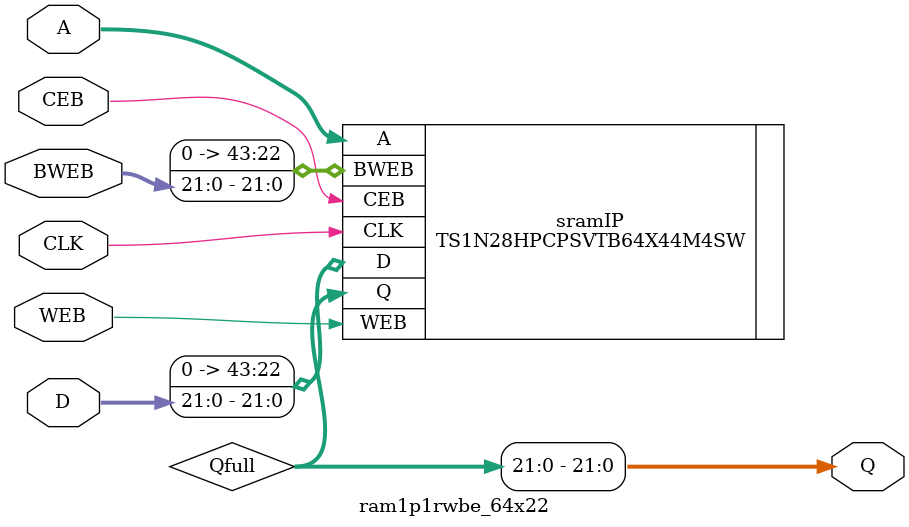
<source format=sv>

module ram1p1rwbe_64x22 ( 
  input  logic          CLK, 
  input  logic          CEB, 
  input  logic          WEB,
  input  logic [5:0]    A, 
  input  logic [21:0]   D,
  input  logic [21:0]   BWEB, 
  output logic [21:0]   Q
);

   // replace "generic64x22RAM" with "TS1N..64X22.." module from your memory vendor
   // use part of a larger RAM to avoid generating more flavors of RAM
  logic [43:0] Qfull;
  TS1N28HPCPSVTB64X44M4SW sramIP(.CLK, .CEB, .WEB, .A, .D({22'b0, D[21:0]}), .BWEB({22'b0, BWEB[21:0]}), .Q(Qfull));
  assign Q = Qfull[21:0];
   // genericRAM #(64, 22) sramIP (.CLK, .CEB, .WEB, .A, .D, .BWEB, .Q);

endmodule

</source>
